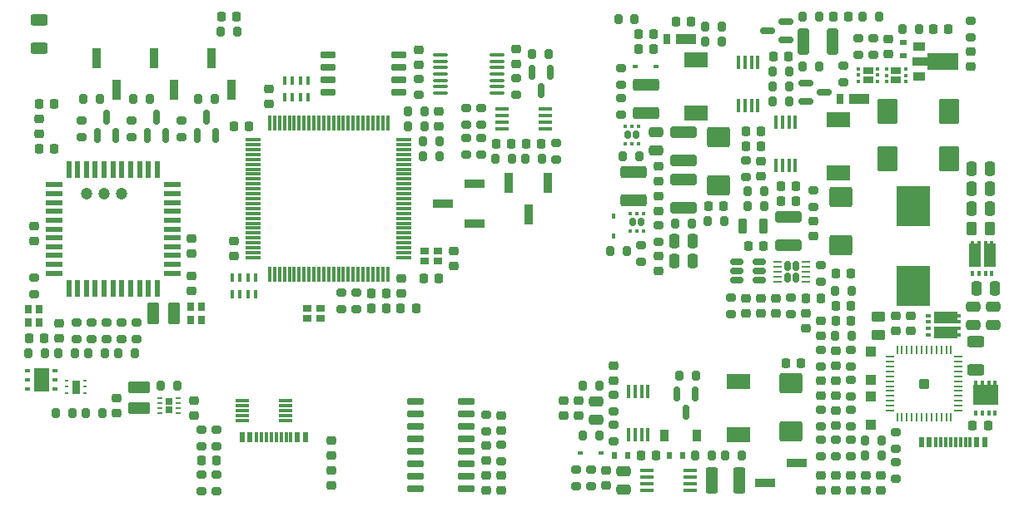
<source format=gtp>
%TF.GenerationSoftware,KiCad,Pcbnew,(7.0.0-rc1-253-g7844602210-dirty)*%
%TF.CreationDate,2023-01-19T21:35:15+08:00*%
%TF.ProjectId,VFDFFT,56464446-4654-42e6-9b69-6361645f7063,rev?*%
%TF.SameCoordinates,Original*%
%TF.FileFunction,Paste,Top*%
%TF.FilePolarity,Positive*%
%FSLAX46Y46*%
G04 Gerber Fmt 4.6, Leading zero omitted, Abs format (unit mm)*
G04 Created by KiCad (PCBNEW (7.0.0-rc1-253-g7844602210-dirty)) date 2023-01-19 21:35:15*
%MOMM*%
%LPD*%
G01*
G04 APERTURE LIST*
G04 Aperture macros list*
%AMRoundRect*
0 Rectangle with rounded corners*
0 $1 Rounding radius*
0 $2 $3 $4 $5 $6 $7 $8 $9 X,Y pos of 4 corners*
0 Add a 4 corners polygon primitive as box body*
4,1,4,$2,$3,$4,$5,$6,$7,$8,$9,$2,$3,0*
0 Add four circle primitives for the rounded corners*
1,1,$1+$1,$2,$3*
1,1,$1+$1,$4,$5*
1,1,$1+$1,$6,$7*
1,1,$1+$1,$8,$9*
0 Add four rect primitives between the rounded corners*
20,1,$1+$1,$2,$3,$4,$5,0*
20,1,$1+$1,$4,$5,$6,$7,0*
20,1,$1+$1,$6,$7,$8,$9,0*
20,1,$1+$1,$8,$9,$2,$3,0*%
%AMFreePoly0*
4,1,9,3.862500,-0.866500,0.737500,-0.866500,0.737500,-0.450000,-0.737500,-0.450000,-0.737500,0.450000,0.737500,0.450000,0.737500,0.866500,3.862500,0.866500,3.862500,-0.866500,3.862500,-0.866500,$1*%
G04 Aperture macros list end*
%ADD10C,0.100000*%
%ADD11R,0.800000X1.100000*%
%ADD12R,2.000000X1.100000*%
%ADD13R,0.900000X0.800000*%
%ADD14R,0.350000X0.430000*%
%ADD15R,1.050000X0.720000*%
%ADD16RoundRect,0.200000X0.200000X0.275000X-0.200000X0.275000X-0.200000X-0.275000X0.200000X-0.275000X0*%
%ADD17RoundRect,0.150000X-0.512500X-0.150000X0.512500X-0.150000X0.512500X0.150000X-0.512500X0.150000X0*%
%ADD18R,0.500000X1.140000*%
%ADD19R,0.300000X1.140000*%
%ADD20RoundRect,0.200000X-0.200000X-0.275000X0.200000X-0.275000X0.200000X0.275000X-0.200000X0.275000X0*%
%ADD21R,2.000000X0.900000*%
%ADD22RoundRect,0.225000X0.250000X-0.225000X0.250000X0.225000X-0.250000X0.225000X-0.250000X-0.225000X0*%
%ADD23RoundRect,0.225000X-0.250000X0.225000X-0.250000X-0.225000X0.250000X-0.225000X0.250000X0.225000X0*%
%ADD24RoundRect,0.075000X0.725000X0.075000X-0.725000X0.075000X-0.725000X-0.075000X0.725000X-0.075000X0*%
%ADD25RoundRect,0.075000X0.075000X0.725000X-0.075000X0.725000X-0.075000X-0.725000X0.075000X-0.725000X0*%
%ADD26R,0.600000X0.700000*%
%ADD27RoundRect,0.200000X-0.275000X0.200000X-0.275000X-0.200000X0.275000X-0.200000X0.275000X0.200000X0*%
%ADD28RoundRect,0.250000X-0.250000X-0.475000X0.250000X-0.475000X0.250000X0.475000X-0.250000X0.475000X0*%
%ADD29RoundRect,0.200000X0.275000X-0.200000X0.275000X0.200000X-0.275000X0.200000X-0.275000X-0.200000X0*%
%ADD30RoundRect,0.100000X-0.637500X-0.100000X0.637500X-0.100000X0.637500X0.100000X-0.637500X0.100000X0*%
%ADD31RoundRect,0.150000X-0.587500X-0.150000X0.587500X-0.150000X0.587500X0.150000X-0.587500X0.150000X0*%
%ADD32R,0.800000X0.900000*%
%ADD33RoundRect,0.250000X0.475000X-0.250000X0.475000X0.250000X-0.475000X0.250000X-0.475000X-0.250000X0*%
%ADD34RoundRect,0.225000X0.225000X0.250000X-0.225000X0.250000X-0.225000X-0.250000X0.225000X-0.250000X0*%
%ADD35RoundRect,0.225000X-0.225000X-0.250000X0.225000X-0.250000X0.225000X0.250000X-0.225000X0.250000X0*%
%ADD36R,0.900000X1.200000*%
%ADD37RoundRect,0.250000X-1.100000X0.325000X-1.100000X-0.325000X1.100000X-0.325000X1.100000X0.325000X0*%
%ADD38RoundRect,0.150000X0.150000X-0.587500X0.150000X0.587500X-0.150000X0.587500X-0.150000X-0.587500X0*%
%ADD39RoundRect,0.250000X-0.925000X0.787500X-0.925000X-0.787500X0.925000X-0.787500X0.925000X0.787500X0*%
%ADD40R,0.900000X2.000000*%
%ADD41O,0.499999X0.249999*%
%ADD42R,0.600000X0.450000*%
%ADD43R,0.400000X0.600000*%
%ADD44R,1.290000X2.350000*%
%ADD45RoundRect,0.150000X0.650000X0.150000X-0.650000X0.150000X-0.650000X-0.150000X0.650000X-0.150000X0*%
%ADD46R,0.600000X0.400000*%
%ADD47R,1.500000X2.400000*%
%ADD48R,2.400000X1.500000*%
%ADD49RoundRect,0.150000X-0.150000X0.587500X-0.150000X-0.587500X0.150000X-0.587500X0.150000X0.587500X0*%
%ADD50RoundRect,0.250000X-1.075000X0.375000X-1.075000X-0.375000X1.075000X-0.375000X1.075000X0.375000X0*%
%ADD51RoundRect,0.250000X0.375000X0.850000X-0.375000X0.850000X-0.375000X-0.850000X0.375000X-0.850000X0*%
%ADD52RoundRect,0.250000X0.787500X1.025000X-0.787500X1.025000X-0.787500X-1.025000X0.787500X-1.025000X0*%
%ADD53R,1.100000X1.100000*%
%ADD54RoundRect,0.250000X-0.450000X0.262500X-0.450000X-0.262500X0.450000X-0.262500X0.450000X0.262500X0*%
%ADD55R,0.700000X0.600000*%
%ADD56RoundRect,0.160000X0.160000X-0.245000X0.160000X0.245000X-0.160000X0.245000X-0.160000X-0.245000X0*%
%ADD57RoundRect,0.093750X0.106250X-0.093750X0.106250X0.093750X-0.106250X0.093750X-0.106250X-0.093750X0*%
%ADD58RoundRect,0.218750X0.256250X-0.218750X0.256250X0.218750X-0.256250X0.218750X-0.256250X-0.218750X0*%
%ADD59RoundRect,0.218750X-0.256250X0.218750X-0.256250X-0.218750X0.256250X-0.218750X0.256250X0.218750X0*%
%ADD60RoundRect,0.150000X-0.725000X-0.150000X0.725000X-0.150000X0.725000X0.150000X-0.725000X0.150000X0*%
%ADD61RoundRect,0.250000X-0.375000X-1.075000X0.375000X-1.075000X0.375000X1.075000X-0.375000X1.075000X0*%
%ADD62R,1.700000X0.600000*%
%ADD63R,0.600000X1.700000*%
%ADD64C,1.200000*%
%ADD65R,1.450000X0.450000*%
%ADD66RoundRect,0.218750X-0.218750X-0.256250X0.218750X-0.256250X0.218750X0.256250X-0.218750X0.256250X0*%
%ADD67RoundRect,0.250000X0.325000X1.100000X-0.325000X1.100000X-0.325000X-1.100000X0.325000X-1.100000X0*%
%ADD68R,2.600000X2.050000*%
%ADD69RoundRect,0.250000X1.075000X-0.375000X1.075000X0.375000X-1.075000X0.375000X-1.075000X-0.375000X0*%
%ADD70R,3.500000X4.100000*%
%ADD71R,0.400000X0.900000*%
%ADD72RoundRect,0.250000X0.625000X-0.312500X0.625000X0.312500X-0.625000X0.312500X-0.625000X-0.312500X0*%
%ADD73RoundRect,0.250000X-0.625000X0.312500X-0.625000X-0.312500X0.625000X-0.312500X0.625000X0.312500X0*%
%ADD74R,0.750000X0.650000*%
%ADD75R,0.500000X0.250000*%
%ADD76RoundRect,0.250000X0.262500X0.450000X-0.262500X0.450000X-0.262500X-0.450000X0.262500X-0.450000X0*%
%ADD77R,0.450000X1.450000*%
%ADD78R,1.400000X0.300000*%
%ADD79R,1.300000X0.900000*%
%ADD80FreePoly0,0.000000*%
%ADD81RoundRect,0.167500X0.167500X0.312500X-0.167500X0.312500X-0.167500X-0.312500X0.167500X-0.312500X0*%
%ADD82RoundRect,0.062500X0.362500X0.062500X-0.362500X0.062500X-0.362500X-0.062500X0.362500X-0.062500X0*%
%ADD83RoundRect,0.250000X0.250000X0.475000X-0.250000X0.475000X-0.250000X-0.475000X0.250000X-0.475000X0*%
%ADD84RoundRect,0.250000X-0.475000X0.250000X-0.475000X-0.250000X0.475000X-0.250000X0.475000X0.250000X0*%
%ADD85RoundRect,0.218750X-0.218750X-0.581250X0.218750X-0.581250X0.218750X0.581250X-0.218750X0.581250X0*%
%ADD86RoundRect,0.250000X0.285000X0.285000X-0.285000X0.285000X-0.285000X-0.285000X0.285000X-0.285000X0*%
%ADD87RoundRect,0.062500X0.337500X0.062500X-0.337500X0.062500X-0.337500X-0.062500X0.337500X-0.062500X0*%
%ADD88RoundRect,0.062500X0.062500X0.337500X-0.062500X0.337500X-0.062500X-0.337500X0.062500X-0.337500X0*%
%ADD89RoundRect,0.150000X0.587500X0.150000X-0.587500X0.150000X-0.587500X-0.150000X0.587500X-0.150000X0*%
%ADD90R,0.450000X0.600000*%
%ADD91R,2.350000X1.290000*%
%ADD92RoundRect,0.250000X0.850000X-0.375000X0.850000X0.375000X-0.850000X0.375000X-0.850000X-0.375000X0*%
G04 APERTURE END LIST*
%TO.C,U9*%
G36*
X47234000Y-73122000D02*
G01*
X46614002Y-73122000D01*
X46614002Y-71872000D01*
X47234000Y-71872000D01*
X47234000Y-73122000D01*
G37*
D10*
X47234000Y-73122000D02*
X46614002Y-73122000D01*
X46614002Y-71872000D01*
X47234000Y-71872000D01*
X47234000Y-73122000D01*
%TD*%
D11*
%TO.C,D9*%
X107065999Y-37083999D03*
D12*
X108965999Y-37083999D03*
%TD*%
D13*
%TO.C,X2*%
X70419999Y-65573999D03*
X71819999Y-65573999D03*
X71819999Y-64473999D03*
X70419999Y-64473999D03*
%TD*%
D14*
%TO.C,Q5*%
X129381999Y-41431999D03*
X129381999Y-40781999D03*
D15*
X130349999Y-40296999D03*
D14*
X129381999Y-40131999D03*
X131317999Y-40131999D03*
X131317999Y-40781999D03*
X131317999Y-41431999D03*
D15*
X130349999Y-41266999D03*
%TD*%
D16*
%TO.C,R16*%
X125793000Y-62738000D03*
X124143000Y-62738000D03*
%TD*%
D17*
%TO.C,Q6*%
X114178500Y-59756000D03*
X114178500Y-60706000D03*
X114178500Y-61656000D03*
X116453500Y-61656000D03*
X116453500Y-60706000D03*
X116453500Y-59756000D03*
%TD*%
D16*
%TO.C,R28*%
X112585000Y-35814000D03*
X110935000Y-35814000D03*
%TD*%
D18*
%TO.C,J15*%
X70255999Y-77636999D03*
X69455999Y-77636999D03*
D19*
X68305999Y-77636999D03*
X67305999Y-77636999D03*
X66805999Y-77636999D03*
X65805999Y-77636999D03*
D18*
X64655999Y-77636999D03*
X63855999Y-77636999D03*
D19*
X65305999Y-77636999D03*
X66305999Y-77636999D03*
X67805999Y-77636999D03*
X68805999Y-77636999D03*
%TD*%
D20*
%TO.C,R29*%
X111189000Y-55626000D03*
X112839000Y-55626000D03*
%TD*%
D21*
%TO.C,J7*%
X87451999Y-55847999D03*
X84251999Y-53847999D03*
X87451999Y-51847999D03*
%TD*%
D16*
%TO.C,R68*%
X82359000Y-44450000D03*
X80709000Y-44450000D03*
%TD*%
D22*
%TO.C,C41*%
X121920000Y-57163000D03*
X121920000Y-55613000D03*
%TD*%
D23*
%TO.C,C96*%
X72898000Y-77965000D03*
X72898000Y-79515000D03*
%TD*%
D24*
%TO.C,U6*%
X80319000Y-59340000D03*
X80319000Y-58840000D03*
X80319000Y-58340000D03*
X80319000Y-57840000D03*
X80319000Y-57340000D03*
X80319000Y-56840000D03*
X80319000Y-56340000D03*
X80319000Y-55840000D03*
X80319000Y-55340000D03*
X80319000Y-54840000D03*
X80319000Y-54340000D03*
X80319000Y-53840000D03*
X80319000Y-53340000D03*
X80319000Y-52840000D03*
X80319000Y-52340000D03*
X80319000Y-51840000D03*
X80319000Y-51340000D03*
X80319000Y-50840000D03*
X80319000Y-50340000D03*
X80319000Y-49840000D03*
X80319000Y-49340000D03*
X80319000Y-48840000D03*
X80319000Y-48340000D03*
X80319000Y-47840000D03*
X80319000Y-47340000D03*
D25*
X78644000Y-45665000D03*
X78144000Y-45665000D03*
X77644000Y-45665000D03*
X77144000Y-45665000D03*
X76644000Y-45665000D03*
X76144000Y-45665000D03*
X75644000Y-45665000D03*
X75144000Y-45665000D03*
X74644000Y-45665000D03*
X74144000Y-45665000D03*
X73644000Y-45665000D03*
X73144000Y-45665000D03*
X72644000Y-45665000D03*
X72144000Y-45665000D03*
X71644000Y-45665000D03*
X71144000Y-45665000D03*
X70644000Y-45665000D03*
X70144000Y-45665000D03*
X69644000Y-45665000D03*
X69144000Y-45665000D03*
X68644000Y-45665000D03*
X68144000Y-45665000D03*
X67644000Y-45665000D03*
X67144000Y-45665000D03*
X66644000Y-45665000D03*
D24*
X64969000Y-47340000D03*
X64969000Y-47840000D03*
X64969000Y-48340000D03*
X64969000Y-48840000D03*
X64969000Y-49340000D03*
X64969000Y-49840000D03*
X64969000Y-50340000D03*
X64969000Y-50840000D03*
X64969000Y-51340000D03*
X64969000Y-51840000D03*
X64969000Y-52340000D03*
X64969000Y-52840000D03*
X64969000Y-53340000D03*
X64969000Y-53840000D03*
X64969000Y-54340000D03*
X64969000Y-54840000D03*
X64969000Y-55340000D03*
X64969000Y-55840000D03*
X64969000Y-56340000D03*
X64969000Y-56840000D03*
X64969000Y-57340000D03*
X64969000Y-57840000D03*
X64969000Y-58340000D03*
X64969000Y-58840000D03*
X64969000Y-59340000D03*
D25*
X66644000Y-61015000D03*
X67144000Y-61015000D03*
X67644000Y-61015000D03*
X68144000Y-61015000D03*
X68644000Y-61015000D03*
X69144000Y-61015000D03*
X69644000Y-61015000D03*
X70144000Y-61015000D03*
X70644000Y-61015000D03*
X71144000Y-61015000D03*
X71644000Y-61015000D03*
X72144000Y-61015000D03*
X72644000Y-61015000D03*
X73144000Y-61015000D03*
X73644000Y-61015000D03*
X74144000Y-61015000D03*
X74644000Y-61015000D03*
X75144000Y-61015000D03*
X75644000Y-61015000D03*
X76144000Y-61015000D03*
X76644000Y-61015000D03*
X77144000Y-61015000D03*
X77644000Y-61015000D03*
X78144000Y-61015000D03*
X78644000Y-61015000D03*
%TD*%
D16*
%TO.C,R43*%
X46799000Y-69088000D03*
X45149000Y-69088000D03*
%TD*%
D26*
%TO.C,D16*%
X103061999Y-79501999D03*
X101661999Y-79501999D03*
%TD*%
D27*
%TO.C,R80*%
X47498000Y-45403000D03*
X47498000Y-47053000D03*
%TD*%
D28*
%TO.C,C15*%
X137988000Y-50292000D03*
X139888000Y-50292000D03*
%TD*%
D29*
%TO.C,R31*%
X121920000Y-54165000D03*
X121920000Y-52515000D03*
%TD*%
D30*
%TO.C,U15*%
X84005500Y-38690000D03*
X84005500Y-39340000D03*
X84005500Y-39990000D03*
X84005500Y-40640000D03*
X84005500Y-41290000D03*
X84005500Y-41940000D03*
X84005500Y-42590000D03*
X89730500Y-42590000D03*
X89730500Y-41940000D03*
X89730500Y-41290000D03*
X89730500Y-40640000D03*
X89730500Y-39990000D03*
X89730500Y-39340000D03*
X89730500Y-38690000D03*
%TD*%
D31*
%TO.C,Q8*%
X121158000Y-41534000D03*
X121158000Y-43434000D03*
X123033000Y-42484000D03*
%TD*%
D22*
%TO.C,C23*%
X118110000Y-65037000D03*
X118110000Y-63487000D03*
%TD*%
D27*
%TO.C,R74*%
X86614000Y-44133000D03*
X86614000Y-45783000D03*
%TD*%
D29*
%TO.C,R8*%
X125730000Y-73469000D03*
X125730000Y-71819000D03*
%TD*%
D20*
%TO.C,R76*%
X59373000Y-43180000D03*
X61023000Y-43180000D03*
%TD*%
D32*
%TO.C,X1*%
X58631999Y-64323999D03*
X58631999Y-65723999D03*
X59731999Y-65723999D03*
X59731999Y-64323999D03*
%TD*%
D33*
%TO.C,C88*%
X99822000Y-75880000D03*
X99822000Y-73980000D03*
%TD*%
D27*
%TO.C,R34*%
X124968000Y-39815000D03*
X124968000Y-41465000D03*
%TD*%
D20*
%TO.C,R84*%
X108332000Y-71374000D03*
X109982000Y-71374000D03*
%TD*%
%TO.C,R35*%
X120841000Y-39878000D03*
X122491000Y-39878000D03*
%TD*%
D34*
%TO.C,C46*%
X44717000Y-43688000D03*
X43167000Y-43688000D03*
%TD*%
D35*
%TO.C,C79*%
X89662000Y-47752000D03*
X91212000Y-47752000D03*
%TD*%
D36*
%TO.C,D14*%
X106807999Y-77469999D03*
X110107999Y-77469999D03*
%TD*%
D29*
%TO.C,R45*%
X73914000Y-64579000D03*
X73914000Y-62929000D03*
%TD*%
D22*
%TO.C,C10*%
X131826000Y-66815000D03*
X131826000Y-65265000D03*
%TD*%
D37*
%TO.C,C42*%
X119380000Y-55167000D03*
X119380000Y-58117000D03*
%TD*%
D38*
%TO.C,Q11*%
X49088000Y-46911500D03*
X50988000Y-46911500D03*
X50038000Y-45036500D03*
%TD*%
D20*
%TO.C,R22*%
X115253000Y-54102000D03*
X116903000Y-54102000D03*
%TD*%
D22*
%TO.C,C66*%
X85344000Y-60211000D03*
X85344000Y-58661000D03*
%TD*%
%TO.C,C43*%
X58674000Y-62751000D03*
X58674000Y-61201000D03*
%TD*%
D20*
%TO.C,R48*%
X61659000Y-36322000D03*
X63309000Y-36322000D03*
%TD*%
D35*
%TO.C,C80*%
X92697000Y-47752000D03*
X94247000Y-47752000D03*
%TD*%
D39*
%TO.C,C31*%
X112268000Y-47067500D03*
X112268000Y-51992500D03*
%TD*%
D35*
%TO.C,C21*%
X134099000Y-36068000D03*
X135649000Y-36068000D03*
%TD*%
D20*
%TO.C,R33*%
X117793000Y-41910000D03*
X119443000Y-41910000D03*
%TD*%
D23*
%TO.C,C7*%
X124206000Y-71869000D03*
X124206000Y-73419000D03*
%TD*%
D29*
%TO.C,R91*%
X88646000Y-77025000D03*
X88646000Y-75375000D03*
%TD*%
D20*
%TO.C,R77*%
X52769000Y-43180000D03*
X54419000Y-43180000D03*
%TD*%
D40*
%TO.C,J10*%
X49037999Y-39039999D03*
X51037999Y-42239999D03*
%TD*%
D39*
%TO.C,C39*%
X124714000Y-53163500D03*
X124714000Y-58088500D03*
%TD*%
D41*
%TO.C,U9*%
X45973999Y-71846998D03*
X45973999Y-72496999D03*
X45973999Y-73151999D03*
X47874001Y-73147000D03*
X47874001Y-72496999D03*
X47874001Y-71846998D03*
%TD*%
D27*
%TO.C,R50*%
X137922000Y-35243000D03*
X137922000Y-36893000D03*
%TD*%
D23*
%TO.C,C76*%
X81788000Y-38150000D03*
X81788000Y-39700000D03*
%TD*%
D16*
%TO.C,R71*%
X82359000Y-45974000D03*
X80709000Y-45974000D03*
%TD*%
D22*
%TO.C,C70*%
X106172000Y-60719000D03*
X106172000Y-59169000D03*
%TD*%
D42*
%TO.C,D17*%
X100329999Y-79247999D03*
X98229999Y-79247999D03*
%TD*%
D23*
%TO.C,C6*%
X124206000Y-74904000D03*
X124206000Y-76454000D03*
%TD*%
D29*
%TO.C,R92*%
X61214000Y-78549000D03*
X61214000Y-76899000D03*
%TD*%
D16*
%TO.C,R60*%
X46545000Y-75184000D03*
X44895000Y-75184000D03*
%TD*%
D43*
%TO.C,Q3*%
X140095999Y-60959999D03*
X139445999Y-60959999D03*
X138795999Y-60959999D03*
X138145999Y-60959999D03*
D44*
X138350999Y-59135999D03*
D43*
X138145999Y-57909999D03*
X138795999Y-57909999D03*
D44*
X139890999Y-59135999D03*
D43*
X139445999Y-57909999D03*
X140095999Y-57909999D03*
%TD*%
D45*
%TO.C,U12*%
X79800000Y-42545000D03*
X79800000Y-41275000D03*
X79800000Y-40005000D03*
X79800000Y-38735000D03*
X72600000Y-38735000D03*
X72600000Y-40005000D03*
X72600000Y-41275000D03*
X72600000Y-42545000D03*
%TD*%
D23*
%TO.C,C19*%
X129540000Y-37071000D03*
X129540000Y-38621000D03*
%TD*%
D11*
%TO.C,D10*%
X124683999Y-43179999D03*
D12*
X126583999Y-43179999D03*
%TD*%
D29*
%TO.C,R95*%
X61214000Y-83121000D03*
X61214000Y-81471000D03*
%TD*%
D23*
%TO.C,C63*%
X80010000Y-63005000D03*
X80010000Y-61455000D03*
%TD*%
D40*
%TO.C,J9*%
X54879999Y-39039999D03*
X56879999Y-42239999D03*
%TD*%
D34*
%TO.C,C34*%
X125489000Y-34798000D03*
X123939000Y-34798000D03*
%TD*%
D32*
%TO.C,Y1*%
X42121999Y-64577999D03*
X42121999Y-65977999D03*
X43221999Y-65977999D03*
X43221999Y-64577999D03*
%TD*%
D22*
%TO.C,C84*%
X98025000Y-75451000D03*
X98025000Y-73901000D03*
%TD*%
D46*
%TO.C,U8*%
X42033999Y-70865999D03*
X42033999Y-71815999D03*
X42033999Y-72765999D03*
X44833999Y-72765999D03*
X44833999Y-71815999D03*
X44833999Y-70865999D03*
D47*
X43433999Y-71815999D03*
%TD*%
D22*
%TO.C,C12*%
X122682000Y-73419000D03*
X122682000Y-71869000D03*
%TD*%
D48*
%TO.C,L4*%
X124459999Y-50755999D03*
X124459999Y-45255999D03*
%TD*%
D39*
%TO.C,C85*%
X119634000Y-72136000D03*
X119634000Y-77061000D03*
%TD*%
D49*
%TO.C,D13*%
X95184000Y-40464500D03*
X93284000Y-40464500D03*
X94234000Y-42339500D03*
%TD*%
D50*
%TO.C,L7*%
X103632000Y-50670000D03*
X103632000Y-53470000D03*
%TD*%
D51*
%TO.C,L5*%
X56955000Y-65024000D03*
X54805000Y-65024000D03*
%TD*%
D27*
%TO.C,R57*%
X102362000Y-43117000D03*
X102362000Y-44767000D03*
%TD*%
D22*
%TO.C,C91*%
X100838000Y-82563000D03*
X100838000Y-81013000D03*
%TD*%
D35*
%TO.C,C40*%
X117843000Y-38862000D03*
X119393000Y-38862000D03*
%TD*%
D20*
%TO.C,R27*%
X110935000Y-37338000D03*
X112585000Y-37338000D03*
%TD*%
D27*
%TO.C,R55*%
X102362000Y-40069000D03*
X102362000Y-41719000D03*
%TD*%
%TO.C,R85*%
X101600000Y-76391000D03*
X101600000Y-78041000D03*
%TD*%
D52*
%TO.C,C14*%
X135700500Y-49276000D03*
X129475500Y-49276000D03*
%TD*%
D37*
%TO.C,C100*%
X108712000Y-46531000D03*
X108712000Y-49481000D03*
%TD*%
D23*
%TO.C,C18*%
X137922000Y-38341000D03*
X137922000Y-39891000D03*
%TD*%
D22*
%TO.C,C92*%
X88646000Y-83071000D03*
X88646000Y-81521000D03*
%TD*%
D53*
%TO.C,D6*%
X127761999Y-71757999D03*
X127761999Y-68957999D03*
%TD*%
D29*
%TO.C,R90*%
X90170000Y-80073000D03*
X90170000Y-78423000D03*
%TD*%
D54*
%TO.C,R10*%
X128524000Y-65381500D03*
X128524000Y-67206500D03*
%TD*%
D55*
%TO.C,D8*%
X131063999Y-38799999D03*
X131063999Y-37399999D03*
%TD*%
D23*
%TO.C,C11*%
X122682000Y-65773000D03*
X122682000Y-67323000D03*
%TD*%
D29*
%TO.C,R64*%
X88138000Y-48831000D03*
X88138000Y-47181000D03*
%TD*%
%TO.C,R15*%
X128016000Y-38671000D03*
X128016000Y-37021000D03*
%TD*%
D34*
%TO.C,C62*%
X76949000Y-62992000D03*
X78499000Y-62992000D03*
%TD*%
%TO.C,C24*%
X125743000Y-60960000D03*
X124193000Y-60960000D03*
%TD*%
D29*
%TO.C,R81*%
X97790000Y-82613000D03*
X97790000Y-80963000D03*
%TD*%
D20*
%TO.C,R32*%
X117793000Y-43434000D03*
X119443000Y-43434000D03*
%TD*%
%TO.C,R18*%
X131001000Y-36068000D03*
X132651000Y-36068000D03*
%TD*%
%TO.C,R62*%
X93346000Y-38608000D03*
X94996000Y-38608000D03*
%TD*%
D37*
%TO.C,C101*%
X108712000Y-51357000D03*
X108712000Y-54307000D03*
%TD*%
D56*
%TO.C,U11*%
X103090000Y-46861500D03*
X103890000Y-46861500D03*
D57*
X102840000Y-47749000D03*
X103490000Y-47749000D03*
X104140000Y-47749000D03*
X104140000Y-45974000D03*
X103490000Y-45974000D03*
X102840000Y-45974000D03*
%TD*%
D42*
%TO.C,D12*%
X103851999Y-39877999D03*
X105951999Y-39877999D03*
%TD*%
D58*
%TO.C,D4*%
X127254000Y-83083500D03*
X127254000Y-81508500D03*
%TD*%
D20*
%TO.C,R56*%
X102553000Y-49022000D03*
X104203000Y-49022000D03*
%TD*%
D16*
%TO.C,R49*%
X52895000Y-69088000D03*
X51245000Y-69088000D03*
%TD*%
D23*
%TO.C,C74*%
X106172000Y-50025000D03*
X106172000Y-51575000D03*
%TD*%
D29*
%TO.C,R41*%
X46990000Y-67627000D03*
X46990000Y-65977000D03*
%TD*%
D33*
%TO.C,C89*%
X102616000Y-82992000D03*
X102616000Y-81092000D03*
%TD*%
D59*
%TO.C,D3*%
X125730000Y-81508500D03*
X125730000Y-83083500D03*
%TD*%
D28*
%TO.C,C68*%
X107762000Y-57658000D03*
X109662000Y-57658000D03*
%TD*%
D22*
%TO.C,C26*%
X121158000Y-66561000D03*
X121158000Y-65011000D03*
%TD*%
D23*
%TO.C,C86*%
X101600000Y-70345000D03*
X101600000Y-71895000D03*
%TD*%
D20*
%TO.C,R23*%
X115253000Y-52578000D03*
X116903000Y-52578000D03*
%TD*%
D34*
%TO.C,C38*%
X120155000Y-53594000D03*
X118605000Y-53594000D03*
%TD*%
D38*
%TO.C,Q10*%
X54168000Y-46911500D03*
X56068000Y-46911500D03*
X55118000Y-45036500D03*
%TD*%
D20*
%TO.C,R47*%
X48197000Y-69088000D03*
X49847000Y-69088000D03*
%TD*%
D34*
%TO.C,C67*%
X63259000Y-34798000D03*
X61709000Y-34798000D03*
%TD*%
%TO.C,C33*%
X116599000Y-46482000D03*
X115049000Y-46482000D03*
%TD*%
D28*
%TO.C,C16*%
X137988000Y-52324000D03*
X139888000Y-52324000D03*
%TD*%
D23*
%TO.C,C44*%
X58674000Y-57391000D03*
X58674000Y-58941000D03*
%TD*%
D29*
%TO.C,R54*%
X104394000Y-59753000D03*
X104394000Y-58103000D03*
%TD*%
D34*
%TO.C,C65*%
X83833000Y-61468000D03*
X82283000Y-61468000D03*
%TD*%
D33*
%TO.C,C5*%
X138176000Y-66228000D03*
X138176000Y-64328000D03*
%TD*%
D20*
%TO.C,R88*%
X109919000Y-79502000D03*
X111569000Y-79502000D03*
%TD*%
%TO.C,R79*%
X47689000Y-43180000D03*
X49339000Y-43180000D03*
%TD*%
D60*
%TO.C,U18*%
X81499000Y-74041000D03*
X81499000Y-75311000D03*
X81499000Y-76581000D03*
X81499000Y-77851000D03*
X81499000Y-79121000D03*
X81499000Y-80391000D03*
X81499000Y-81661000D03*
X81499000Y-82931000D03*
X86649000Y-82931000D03*
X86649000Y-81661000D03*
X86649000Y-80391000D03*
X86649000Y-79121000D03*
X86649000Y-77851000D03*
X86649000Y-76581000D03*
X86649000Y-75311000D03*
X86649000Y-74041000D03*
%TD*%
D27*
%TO.C,R75*%
X57658000Y-45403000D03*
X57658000Y-47053000D03*
%TD*%
D56*
%TO.C,U10*%
X103594000Y-55751500D03*
X104394000Y-55751500D03*
D57*
X103344000Y-56639000D03*
X103994000Y-56639000D03*
X104644000Y-56639000D03*
X104644000Y-54864000D03*
X103994000Y-54864000D03*
X103344000Y-54864000D03*
%TD*%
D20*
%TO.C,R86*%
X98489000Y-77470000D03*
X100139000Y-77470000D03*
%TD*%
D16*
%TO.C,R82*%
X100139000Y-72390000D03*
X98489000Y-72390000D03*
%TD*%
D34*
%TO.C,C27*%
X116853000Y-58166000D03*
X115303000Y-58166000D03*
%TD*%
D16*
%TO.C,R51*%
X103758000Y-35052000D03*
X102108000Y-35052000D03*
%TD*%
D29*
%TO.C,R83*%
X101600000Y-74993000D03*
X101600000Y-73343000D03*
%TD*%
D20*
%TO.C,R87*%
X112967000Y-79502000D03*
X114617000Y-79502000D03*
%TD*%
D35*
%TO.C,C8*%
X124193000Y-65786000D03*
X125743000Y-65786000D03*
%TD*%
D52*
%TO.C,C2*%
X135700500Y-44450000D03*
X129475500Y-44450000D03*
%TD*%
D23*
%TO.C,C29*%
X116586000Y-49517000D03*
X116586000Y-51067000D03*
%TD*%
D61*
%TO.C,L11*%
X111630000Y-82042000D03*
X114430000Y-82042000D03*
%TD*%
D27*
%TO.C,R58*%
X81788000Y-41148000D03*
X81788000Y-42798000D03*
%TD*%
D20*
%TO.C,R36*%
X117793000Y-40386000D03*
X119443000Y-40386000D03*
%TD*%
D28*
%TO.C,C17*%
X137988000Y-54356000D03*
X139888000Y-54356000D03*
%TD*%
D62*
%TO.C,U7*%
X44691999Y-51931999D03*
X44691999Y-52831999D03*
X44691999Y-53731999D03*
X44691999Y-54631999D03*
X44691999Y-55531999D03*
X44691999Y-56431999D03*
X44691999Y-57331999D03*
X44691999Y-58231999D03*
X44691999Y-59131999D03*
X44691999Y-60031999D03*
X44691999Y-60931999D03*
D63*
X46205999Y-62445999D03*
X47105999Y-62445999D03*
X48005999Y-62445999D03*
X48905999Y-62445999D03*
X49805999Y-62445999D03*
X50705999Y-62445999D03*
X51605999Y-62445999D03*
X52505999Y-62445999D03*
X53405999Y-62445999D03*
X54305999Y-62445999D03*
X55205999Y-62445999D03*
D62*
X56719999Y-60931999D03*
X56719999Y-60031999D03*
X56719999Y-59131999D03*
X56719999Y-58231999D03*
X56719999Y-57331999D03*
X56719999Y-56431999D03*
X56719999Y-55531999D03*
X56719999Y-54631999D03*
X56719999Y-53731999D03*
X56719999Y-52831999D03*
X56719999Y-51931999D03*
D63*
X55205999Y-50417999D03*
X54305999Y-50417999D03*
X53405999Y-50417999D03*
X52505999Y-50417999D03*
X51605999Y-50417999D03*
X50705999Y-50417999D03*
X49805999Y-50417999D03*
X48905999Y-50417999D03*
X48005999Y-50417999D03*
X47105999Y-50417999D03*
X46205999Y-50417999D03*
D64*
X48006000Y-52832000D03*
X49806000Y-52832000D03*
X51606000Y-52832000D03*
%TD*%
D65*
%TO.C,U14*%
X94655999Y-46186999D03*
X94655999Y-45536999D03*
X94655999Y-44886999D03*
X94655999Y-44236999D03*
X90255999Y-44236999D03*
X90255999Y-44886999D03*
X90255999Y-45536999D03*
X90255999Y-46186999D03*
%TD*%
D34*
%TO.C,C37*%
X120155000Y-52070000D03*
X118605000Y-52070000D03*
%TD*%
D29*
%TO.C,R37*%
X51562000Y-67627000D03*
X51562000Y-65977000D03*
%TD*%
D66*
%TO.C,F1*%
X138150500Y-76454000D03*
X139725500Y-76454000D03*
%TD*%
D27*
%TO.C,R24*%
X122682000Y-60135000D03*
X122682000Y-61785000D03*
%TD*%
D35*
%TO.C,C72*%
X104127000Y-38100000D03*
X105677000Y-38100000D03*
%TD*%
D20*
%TO.C,R65*%
X82233000Y-49022000D03*
X83883000Y-49022000D03*
%TD*%
D23*
%TO.C,C48*%
X45212000Y-66027000D03*
X45212000Y-67577000D03*
%TD*%
D22*
%TO.C,C81*%
X91694000Y-39637000D03*
X91694000Y-38087000D03*
%TD*%
D27*
%TO.C,R4*%
X125730000Y-77915000D03*
X125730000Y-79565000D03*
%TD*%
D67*
%TO.C,C99*%
X123903000Y-37338000D03*
X120953000Y-37338000D03*
%TD*%
D16*
%TO.C,R6*%
X128841000Y-79502000D03*
X127191000Y-79502000D03*
%TD*%
D23*
%TO.C,C93*%
X90170000Y-81521000D03*
X90170000Y-83071000D03*
%TD*%
D35*
%TO.C,C47*%
X42151000Y-67564000D03*
X43701000Y-67564000D03*
%TD*%
D43*
%TO.C,Q1*%
X140420999Y-75179999D03*
X138470999Y-75179999D03*
X139120999Y-75179999D03*
X139770999Y-75179999D03*
X138470999Y-72139999D03*
X139120999Y-72139999D03*
D68*
X139445999Y-73309999D03*
D43*
X139770999Y-72139999D03*
X140420999Y-72139999D03*
%TD*%
D29*
%TO.C,R46*%
X75438000Y-64579000D03*
X75438000Y-62929000D03*
%TD*%
D69*
%TO.C,L8*%
X104902000Y-44580000D03*
X104902000Y-41780000D03*
%TD*%
D70*
%TO.C,L1*%
X132079999Y-62265999D03*
X132079999Y-54065999D03*
%TD*%
D22*
%TO.C,C9*%
X124206000Y-70371000D03*
X124206000Y-68821000D03*
%TD*%
D28*
%TO.C,C71*%
X107762000Y-59690000D03*
X109662000Y-59690000D03*
%TD*%
D29*
%TO.C,R69*%
X91694000Y-42735000D03*
X91694000Y-41085000D03*
%TD*%
D20*
%TO.C,R26*%
X120841000Y-34798000D03*
X122491000Y-34798000D03*
%TD*%
D16*
%TO.C,R11*%
X125793000Y-67310000D03*
X124143000Y-67310000D03*
%TD*%
D29*
%TO.C,R21*%
X115062000Y-51117000D03*
X115062000Y-49467000D03*
%TD*%
D27*
%TO.C,R67*%
X95758000Y-47689000D03*
X95758000Y-49339000D03*
%TD*%
D48*
%TO.C,L10*%
X114299999Y-71925999D03*
X114299999Y-77425999D03*
%TD*%
D40*
%TO.C,J6*%
X94963999Y-51739999D03*
X92963999Y-54939999D03*
X90963999Y-51739999D03*
%TD*%
D23*
%TO.C,C28*%
X115062000Y-63487000D03*
X115062000Y-65037000D03*
%TD*%
D71*
%TO.C,RN1*%
X70541999Y-41313999D03*
X69741999Y-41313999D03*
X68941999Y-41313999D03*
X68141999Y-41313999D03*
X68141999Y-43013999D03*
X68941999Y-43013999D03*
X69741999Y-43013999D03*
X70541999Y-43013999D03*
%TD*%
D72*
%TO.C,AE1*%
X43180000Y-38038500D03*
X43180000Y-35113500D03*
%TD*%
D26*
%TO.C,D15*%
X108649999Y-79501999D03*
X107249999Y-79501999D03*
%TD*%
D22*
%TO.C,C61*%
X62992000Y-59195000D03*
X62992000Y-57645000D03*
%TD*%
D27*
%TO.C,R3*%
X124206000Y-77915000D03*
X124206000Y-79565000D03*
%TD*%
D53*
%TO.C,D7*%
X127761999Y-76329999D03*
X127761999Y-73529999D03*
%TD*%
D35*
%TO.C,C30*%
X115049000Y-48006000D03*
X116599000Y-48006000D03*
%TD*%
D18*
%TO.C,J1*%
X139343999Y-78160999D03*
X138543999Y-78160999D03*
D19*
X137393999Y-78160999D03*
X136393999Y-78160999D03*
X135893999Y-78160999D03*
X134893999Y-78160999D03*
D18*
X133743999Y-78160999D03*
X132943999Y-78160999D03*
D19*
X134393999Y-78160999D03*
X135393999Y-78160999D03*
X136893999Y-78160999D03*
X137893999Y-78160999D03*
%TD*%
D35*
%TO.C,C50*%
X79984000Y-64516000D03*
X81534000Y-64516000D03*
%TD*%
D29*
%TO.C,R52*%
X106172000Y-57721000D03*
X106172000Y-56071000D03*
%TD*%
D73*
%TO.C,R9*%
X138430000Y-67879500D03*
X138430000Y-70804500D03*
%TD*%
D23*
%TO.C,C77*%
X58928000Y-73901000D03*
X58928000Y-75451000D03*
%TD*%
D22*
%TO.C,C83*%
X96501000Y-75451000D03*
X96501000Y-73901000D03*
%TD*%
D74*
%TO.C,U13*%
X56387999Y-74821999D03*
X56387999Y-74021999D03*
D75*
X57337999Y-75171999D03*
X57337999Y-74671999D03*
X57337999Y-74171999D03*
X57337999Y-73671999D03*
X55437999Y-73671999D03*
X55437999Y-74171999D03*
X55437999Y-74671999D03*
X55437999Y-75171999D03*
%TD*%
D29*
%TO.C,R20*%
X113538000Y-65087000D03*
X113538000Y-63437000D03*
%TD*%
D35*
%TO.C,C32*%
X111239000Y-54102000D03*
X112789000Y-54102000D03*
%TD*%
D76*
%TO.C,R12*%
X139850500Y-56388000D03*
X138025500Y-56388000D03*
%TD*%
D59*
%TO.C,D5*%
X128778000Y-81508500D03*
X128778000Y-83083500D03*
%TD*%
D23*
%TO.C,C49*%
X42672000Y-56121000D03*
X42672000Y-57671000D03*
%TD*%
D35*
%TO.C,C90*%
X104394000Y-79502000D03*
X105944000Y-79502000D03*
%TD*%
D29*
%TO.C,R19*%
X119634000Y-65087000D03*
X119634000Y-63437000D03*
%TD*%
D22*
%TO.C,C95*%
X88646000Y-80023000D03*
X88646000Y-78473000D03*
%TD*%
D58*
%TO.C,D2*%
X124206000Y-83083500D03*
X124206000Y-81508500D03*
%TD*%
D29*
%TO.C,R17*%
X126492000Y-38671000D03*
X126492000Y-37021000D03*
%TD*%
%TO.C,R7*%
X125730000Y-70421000D03*
X125730000Y-68771000D03*
%TD*%
D34*
%TO.C,C60*%
X64529000Y-45974000D03*
X62979000Y-45974000D03*
%TD*%
D58*
%TO.C,L6*%
X43193000Y-46761500D03*
X43193000Y-45186500D03*
%TD*%
D34*
%TO.C,C45*%
X44717000Y-48260000D03*
X43167000Y-48260000D03*
%TD*%
%TO.C,C35*%
X109487000Y-35306000D03*
X107937000Y-35306000D03*
%TD*%
D23*
%TO.C,C78*%
X51054000Y-73647000D03*
X51054000Y-75197000D03*
%TD*%
D27*
%TO.C,R42*%
X42672000Y-61405000D03*
X42672000Y-63055000D03*
%TD*%
D77*
%TO.C,U5*%
X118150999Y-49951999D03*
X118800999Y-49951999D03*
X119450999Y-49951999D03*
X120100999Y-49951999D03*
X120100999Y-45551999D03*
X119450999Y-45551999D03*
X118800999Y-45551999D03*
X118150999Y-45551999D03*
%TD*%
D16*
%TO.C,R44*%
X43751000Y-69088000D03*
X42101000Y-69088000D03*
%TD*%
%TO.C,R5*%
X128841000Y-77978000D03*
X127191000Y-77978000D03*
%TD*%
%TO.C,R72*%
X91249000Y-49276000D03*
X89599000Y-49276000D03*
%TD*%
D29*
%TO.C,R1*%
X122682000Y-79565000D03*
X122682000Y-77915000D03*
%TD*%
D78*
%TO.C,U19*%
X68239999Y-75929999D03*
X68239999Y-75429999D03*
X68239999Y-74929999D03*
X68239999Y-74429999D03*
X68239999Y-73929999D03*
X63839999Y-73929999D03*
X63839999Y-74429999D03*
X63839999Y-74929999D03*
X63839999Y-75429999D03*
X63839999Y-75929999D03*
%TD*%
D20*
%TO.C,R61*%
X55563000Y-72390000D03*
X57213000Y-72390000D03*
%TD*%
D79*
%TO.C,U2*%
X132715999Y-37869999D03*
D80*
X132803500Y-39370000D03*
D79*
X132715999Y-40869999D03*
%TD*%
D34*
%TO.C,C25*%
X122695000Y-63500000D03*
X121145000Y-63500000D03*
%TD*%
D35*
%TO.C,C87*%
X119113000Y-70104000D03*
X120663000Y-70104000D03*
%TD*%
D81*
%TO.C,U3*%
X120142000Y-61388000D03*
X120142000Y-60198000D03*
X119322000Y-61388000D03*
X119322000Y-60198000D03*
D82*
X121182000Y-61793000D03*
X121182000Y-61293000D03*
X121182000Y-60793000D03*
X121182000Y-60293000D03*
X121182000Y-59793000D03*
X118282000Y-59793000D03*
X118282000Y-60293000D03*
X118282000Y-60793000D03*
X118282000Y-61293000D03*
X118282000Y-61793000D03*
%TD*%
D65*
%TO.C,U17*%
X104987999Y-81066999D03*
X104987999Y-81716999D03*
X104987999Y-82366999D03*
X104987999Y-83016999D03*
X109387999Y-83016999D03*
X109387999Y-82366999D03*
X109387999Y-81716999D03*
X109387999Y-81066999D03*
%TD*%
D20*
%TO.C,R53*%
X101283000Y-58674000D03*
X102933000Y-58674000D03*
%TD*%
D83*
%TO.C,C3*%
X140396000Y-62484000D03*
X138496000Y-62484000D03*
%TD*%
D40*
%TO.C,J8*%
X60737999Y-39039999D03*
X62737999Y-42239999D03*
%TD*%
D20*
%TO.C,R30*%
X107887000Y-55880000D03*
X109537000Y-55880000D03*
%TD*%
D29*
%TO.C,R39*%
X50038000Y-67627000D03*
X50038000Y-65977000D03*
%TD*%
D49*
%TO.C,Q12*%
X109916000Y-73230500D03*
X108016000Y-73230500D03*
X108966000Y-75105500D03*
%TD*%
D27*
%TO.C,R13*%
X122682000Y-74867000D03*
X122682000Y-76517000D03*
%TD*%
D34*
%TO.C,C73*%
X105677000Y-36576000D03*
X104127000Y-36576000D03*
%TD*%
D22*
%TO.C,C55*%
X66548000Y-43701000D03*
X66548000Y-42151000D03*
%TD*%
%TO.C,C94*%
X90170000Y-76975000D03*
X90170000Y-75425000D03*
%TD*%
D77*
%TO.C,U16*%
X103164999Y-77383999D03*
X103814999Y-77383999D03*
X104464999Y-77383999D03*
X105114999Y-77383999D03*
X105114999Y-72983999D03*
X104464999Y-72983999D03*
X103814999Y-72983999D03*
X103164999Y-72983999D03*
%TD*%
D23*
%TO.C,C97*%
X72898000Y-81013000D03*
X72898000Y-82563000D03*
%TD*%
D84*
%TO.C,C75*%
X105918000Y-46548000D03*
X105918000Y-48448000D03*
%TD*%
D48*
%TO.C,L3*%
X109981999Y-44659999D03*
X109981999Y-39159999D03*
%TD*%
D22*
%TO.C,C69*%
X106172000Y-54623000D03*
X106172000Y-53073000D03*
%TD*%
D35*
%TO.C,C20*%
X124193000Y-64262000D03*
X125743000Y-64262000D03*
%TD*%
D85*
%TO.C,L2*%
X114715000Y-56134000D03*
X116840000Y-56134000D03*
%TD*%
D21*
%TO.C,J11*%
X120217999Y-80279999D03*
X117017999Y-82279999D03*
%TD*%
D22*
%TO.C,C22*%
X116586000Y-65037000D03*
X116586000Y-63487000D03*
%TD*%
D29*
%TO.C,R94*%
X59690000Y-83121000D03*
X59690000Y-81471000D03*
%TD*%
D16*
%TO.C,R25*%
X128587000Y-34798000D03*
X126937000Y-34798000D03*
%TD*%
D86*
%TO.C,U1*%
X133198000Y-72238000D03*
D87*
X136648000Y-74938000D03*
X136648000Y-74438000D03*
X136648000Y-73938000D03*
X136648000Y-73438000D03*
X136648000Y-72938000D03*
X136648000Y-72438000D03*
X136648000Y-71938000D03*
X136648000Y-71438000D03*
X136648000Y-70938000D03*
X136648000Y-70438000D03*
X136648000Y-69938000D03*
X136648000Y-69438000D03*
D88*
X135948000Y-68738000D03*
X135448000Y-68738000D03*
X134948000Y-68738000D03*
X134448000Y-68738000D03*
X133948000Y-68738000D03*
X133448000Y-68738000D03*
X132948000Y-68738000D03*
X132448000Y-68738000D03*
X131948000Y-68738000D03*
X131448000Y-68738000D03*
X130948000Y-68738000D03*
X130448000Y-68738000D03*
D87*
X129748000Y-69438000D03*
X129748000Y-69938000D03*
X129748000Y-70438000D03*
X129748000Y-70938000D03*
X129748000Y-71438000D03*
X129748000Y-71938000D03*
X129748000Y-72438000D03*
X129748000Y-72938000D03*
X129748000Y-73438000D03*
X129748000Y-73938000D03*
X129748000Y-74438000D03*
X129748000Y-74938000D03*
D88*
X130448000Y-75638000D03*
X130948000Y-75638000D03*
X131448000Y-75638000D03*
X131948000Y-75638000D03*
X132448000Y-75638000D03*
X132948000Y-75638000D03*
X133448000Y-75638000D03*
X133948000Y-75638000D03*
X134448000Y-75638000D03*
X134948000Y-75638000D03*
X135448000Y-75638000D03*
X135948000Y-75638000D03*
%TD*%
D33*
%TO.C,C4*%
X140208000Y-66228000D03*
X140208000Y-64328000D03*
%TD*%
D89*
%TO.C,Q7*%
X119126000Y-37206000D03*
X119126000Y-35306000D03*
X117251000Y-36256000D03*
%TD*%
D29*
%TO.C,R63*%
X88138000Y-45783000D03*
X88138000Y-44133000D03*
%TD*%
%TO.C,R93*%
X59690000Y-78549000D03*
X59690000Y-76899000D03*
%TD*%
%TO.C,R38*%
X53086000Y-67627000D03*
X53086000Y-65977000D03*
%TD*%
%TO.C,C1*%
X130302000Y-81851000D03*
X130302000Y-80201000D03*
%TD*%
D20*
%TO.C,R66*%
X82233000Y-47498000D03*
X83883000Y-47498000D03*
%TD*%
D14*
%TO.C,Q4*%
X126539999Y-41401999D03*
X126539999Y-40751999D03*
D15*
X127507999Y-40266999D03*
D14*
X126539999Y-40101999D03*
X128475999Y-40101999D03*
X128475999Y-40751999D03*
X128475999Y-41401999D03*
D15*
X127507999Y-41236999D03*
%TD*%
D27*
%TO.C,R14*%
X122682000Y-68771000D03*
X122682000Y-70421000D03*
%TD*%
D90*
%TO.C,D11*%
X101599999Y-57183999D03*
X101599999Y-55083999D03*
%TD*%
D34*
%TO.C,C64*%
X78499000Y-64516000D03*
X76949000Y-64516000D03*
%TD*%
D71*
%TO.C,RN2*%
X62807999Y-63079999D03*
X63607999Y-63079999D03*
X64407999Y-63079999D03*
X65207999Y-63079999D03*
X65207999Y-61379999D03*
X64407999Y-61379999D03*
X63607999Y-61379999D03*
X62807999Y-61379999D03*
%TD*%
D22*
%TO.C,C82*%
X83820000Y-45987000D03*
X83820000Y-44437000D03*
%TD*%
D46*
%TO.C,Q2*%
X133603999Y-67197999D03*
X133603999Y-66547999D03*
X133603999Y-65897999D03*
X133603999Y-65247999D03*
D91*
X135427999Y-65452999D03*
D46*
X136653999Y-65247999D03*
X136653999Y-65897999D03*
D91*
X135427999Y-66992999D03*
D46*
X136653999Y-66547999D03*
X136653999Y-67197999D03*
%TD*%
D29*
%TO.C,R40*%
X48514000Y-67627000D03*
X48514000Y-65977000D03*
%TD*%
D13*
%TO.C,Y2*%
X83757999Y-58631999D03*
X82357999Y-58631999D03*
X82357999Y-59731999D03*
X83757999Y-59731999D03*
%TD*%
D38*
%TO.C,Q9*%
X59248000Y-46911500D03*
X61148000Y-46911500D03*
X60198000Y-45036500D03*
%TD*%
D58*
%TO.C,D1*%
X122682000Y-83083500D03*
X122682000Y-81508500D03*
%TD*%
D20*
%TO.C,R73*%
X92647000Y-49276000D03*
X94297000Y-49276000D03*
%TD*%
D22*
%TO.C,C13*%
X130302000Y-66815000D03*
X130302000Y-65265000D03*
%TD*%
D34*
%TO.C,C98*%
X61227000Y-80010000D03*
X59677000Y-80010000D03*
%TD*%
D29*
%TO.C,R70*%
X86614000Y-48831000D03*
X86614000Y-47181000D03*
%TD*%
D27*
%TO.C,R2*%
X125730000Y-74867000D03*
X125730000Y-76517000D03*
%TD*%
D29*
%TO.C,TH1*%
X130302000Y-78803000D03*
X130302000Y-77153000D03*
%TD*%
D92*
%TO.C,L9*%
X53340000Y-74676000D03*
X53340000Y-72526000D03*
%TD*%
D27*
%TO.C,R78*%
X52578000Y-45403000D03*
X52578000Y-47053000D03*
%TD*%
D16*
%TO.C,R59*%
X49593000Y-75184000D03*
X47943000Y-75184000D03*
%TD*%
D77*
%TO.C,U4*%
X114340999Y-43855999D03*
X114990999Y-43855999D03*
X115640999Y-43855999D03*
X116290999Y-43855999D03*
X116290999Y-39455999D03*
X115640999Y-39455999D03*
X114990999Y-39455999D03*
X114340999Y-39455999D03*
%TD*%
D29*
%TO.C,R89*%
X99314000Y-82613000D03*
X99314000Y-80963000D03*
%TD*%
M02*

</source>
